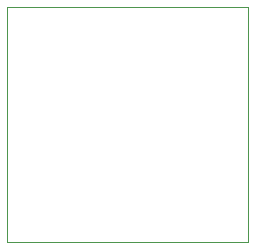
<source format=gm1>
G04 #@! TF.GenerationSoftware,KiCad,Pcbnew,7.0.7-7.0.7~ubuntu22.04.1*
G04 #@! TF.CreationDate,2023-08-27T15:16:43-06:00*
G04 #@! TF.ProjectId,Dog Low Water Sensor SMD,446f6720-4c6f-4772-9057-617465722053,rev?*
G04 #@! TF.SameCoordinates,Original*
G04 #@! TF.FileFunction,Profile,NP*
%FSLAX46Y46*%
G04 Gerber Fmt 4.6, Leading zero omitted, Abs format (unit mm)*
G04 Created by KiCad (PCBNEW 7.0.7-7.0.7~ubuntu22.04.1) date 2023-08-27 15:16:43*
%MOMM*%
%LPD*%
G01*
G04 APERTURE LIST*
G04 #@! TA.AperFunction,Profile*
%ADD10C,0.100000*%
G04 #@! TD*
G04 APERTURE END LIST*
D10*
X139147370Y-70003065D02*
X159591370Y-70003065D01*
X159591370Y-89971065D01*
X139147370Y-89971065D01*
X139147370Y-70003065D01*
M02*

</source>
